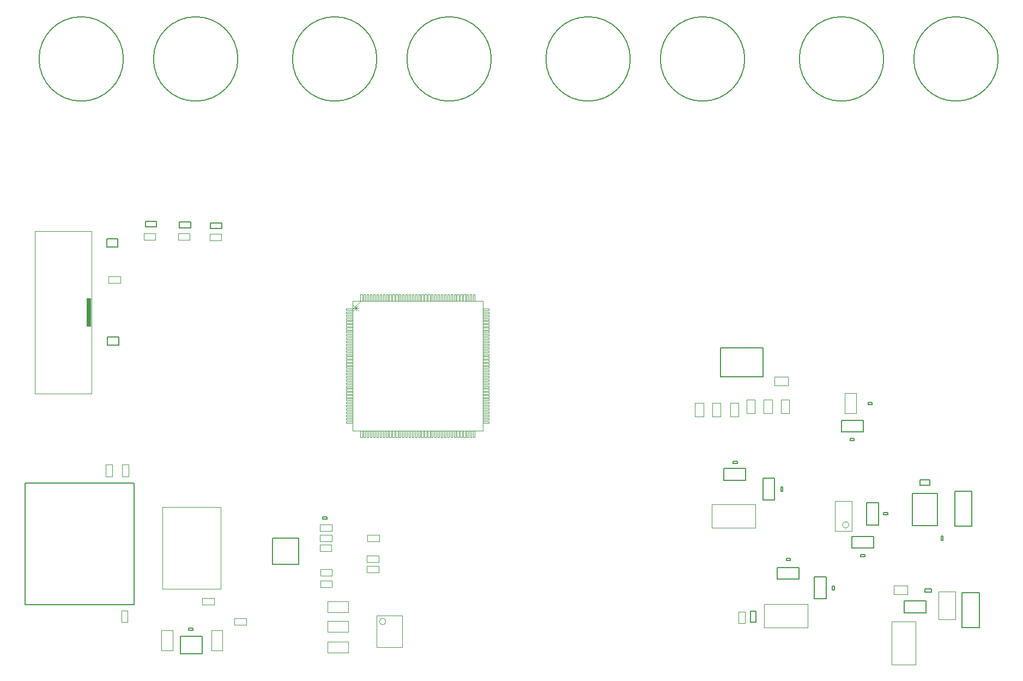
<source format=gbr>
%TF.GenerationSoftware,Altium Limited,Altium Designer,24.1.2 (44)*%
G04 Layer_Color=16711935*
%FSLAX45Y45*%
%MOMM*%
%TF.SameCoordinates,57B3B6A3-E825-4013-9261-08072AB09D51*%
%TF.FilePolarity,Positive*%
%TF.FileFunction,Other,Top_3D_Body*%
%TF.Part,Single*%
G01*
G75*
%TA.AperFunction,NonConductor*%
%ADD62C,0.15000*%
%ADD64C,0.20000*%
%ADD66C,0.07620*%
%ADD88C,0.10000*%
%ADD89R,0.80000X4.50000*%
%ADD90C,0.02540*%
D62*
X9888195Y12026900D02*
G03*
X9888195Y12026900I-655295J0D01*
G01*
X17762195D02*
G03*
X17762195Y12026900I-655295J0D01*
G01*
X15984195D02*
G03*
X15984195Y12026900I-655295J0D01*
G01*
X13825195D02*
G03*
X13825195Y12026900I-655295J0D01*
G01*
X12047195D02*
G03*
X12047195Y12026900I-655295J0D01*
G01*
X8110195D02*
G03*
X8110195Y12026900I-655295J0D01*
G01*
X5951195D02*
G03*
X5951195Y12026900I-655295J0D01*
G01*
X4173195D02*
G03*
X4173195Y12026900I-655295J0D01*
G01*
D64*
X4098200Y7580400D02*
Y7710400D01*
X3928200Y7580400D02*
X4098200D01*
X3928200D02*
Y7710400D01*
X4098200D01*
X4085500Y9104400D02*
Y9234400D01*
X3915500Y9104400D02*
X4085500D01*
X3915500D02*
Y9234400D01*
X4085500D01*
X7272650Y4885700D02*
X7335650D01*
X7272650D02*
Y4918700D01*
X7335650D01*
Y4885700D02*
Y4918700D01*
X6487900Y4176500D02*
Y4586500D01*
X6897900D01*
Y4176500D02*
Y4586500D01*
X6487900Y4176500D02*
X6897900D01*
X13449500Y7540200D02*
X14109500D01*
X13449500Y7090200D02*
Y7540200D01*
Y7090200D02*
X14109500D01*
Y7540200D01*
X17202000Y3194100D02*
X17469000D01*
Y3740100D01*
X17202000D02*
X17469000D01*
X17202000Y3194100D02*
Y3740100D01*
X16874500Y4617850D02*
X16907500D01*
X16874500Y4554850D02*
Y4617850D01*
Y4554850D02*
X16907500D01*
Y4617850D01*
X15983200Y4949200D02*
Y4982200D01*
Y4949200D02*
X16046201D01*
Y4982200D01*
X15983200D02*
X16046201D01*
X15721500Y5132700D02*
X15901500D01*
X15721500Y4792700D02*
Y5132700D01*
Y4792700D02*
X15901500D01*
Y5132700D01*
X15832100Y4431200D02*
Y4611200D01*
X15492101D02*
X15832100D01*
X15492101Y4431200D02*
Y4611200D01*
Y4431200D02*
X15832100D01*
X15629250Y4301500D02*
Y4334500D01*
Y4301500D02*
X15692250D01*
Y4334500D01*
X15629250D02*
X15692250D01*
X15464149Y6104900D02*
Y6137900D01*
Y6104900D02*
X15527150D01*
Y6137900D01*
X15464149D02*
X15527150D01*
X15667000Y6234600D02*
Y6414600D01*
X15327000D02*
X15667000D01*
X15327000Y6234600D02*
Y6414600D01*
Y6234600D02*
X15667000D01*
X15741901Y6663700D02*
Y6696700D01*
Y6663700D02*
X15804900D01*
Y6696700D01*
X15741901D02*
X15804900D01*
X13498199Y5485300D02*
Y5665300D01*
Y5485300D02*
X13838200D01*
Y5665300D01*
X13498199D02*
X13838200D01*
X13709399Y5749300D02*
Y5782300D01*
X13646400D02*
X13709399D01*
X13646400Y5749300D02*
Y5782300D01*
Y5749300D02*
X13709399D01*
X14385300Y5316850D02*
X14418300D01*
Y5379850D01*
X14385300D02*
X14418300D01*
X14385300Y5316850D02*
Y5379850D01*
X14108600Y5519700D02*
X14288600D01*
X14108600Y5179700D02*
Y5519700D01*
Y5179700D02*
X14288600D01*
Y5519700D01*
X14534900Y4240700D02*
Y4273700D01*
X14471899D02*
X14534900D01*
X14471899Y4240700D02*
Y4273700D01*
Y4240700D02*
X14534900D01*
X14330400Y3951300D02*
Y4131300D01*
Y3951300D02*
X14670399D01*
Y4131300D01*
X14330400D02*
X14670399D01*
X13912300Y3280500D02*
X14002299D01*
Y3450500D01*
X13912300D02*
X14002299D01*
X13912300Y3280500D02*
Y3450500D01*
X15185400Y3778500D02*
X15218401D01*
Y3841500D01*
X15185400D02*
X15218401D01*
X15185400Y3778500D02*
Y3841500D01*
X14908701Y3983000D02*
X15088699D01*
X14908701Y3643000D02*
Y3983000D01*
Y3643000D02*
X15088699D01*
Y3983000D01*
X16304900Y3607900D02*
X16644901D01*
Y3427900D02*
Y3607900D01*
X16304900Y3427900D02*
X16644901D01*
X16304900D02*
Y3607900D01*
X16727600Y3744400D02*
Y3799400D01*
X16622600D02*
X16727600D01*
X16622600Y3744400D02*
Y3799400D01*
Y3744400D02*
X16727600D01*
X17087700Y5314900D02*
X17354700D01*
X17087700Y4768900D02*
Y5314900D01*
Y4768900D02*
X17354700D01*
Y5314900D01*
X16544299Y5408300D02*
Y5488300D01*
Y5408300D02*
X16704300D01*
Y5488300D01*
X16544299D02*
X16704300D01*
X16429300Y4779200D02*
Y5279200D01*
Y4779200D02*
X16819299D01*
Y5279200D01*
X16429300D02*
X16819299D01*
X5059000Y2792300D02*
Y3062300D01*
Y2792300D02*
X5399000D01*
Y3062300D01*
X5059000D02*
X5399000D01*
X5189850Y3158500D02*
Y3191500D01*
Y3158500D02*
X5252850D01*
Y3191500D01*
X5189850D02*
X5252850D01*
X2645000Y5439300D02*
X4340000D01*
X2645000Y3552300D02*
Y5439300D01*
Y3552300D02*
X4340000D01*
Y5439300D01*
X5528400Y9391100D02*
Y9481100D01*
Y9391100D02*
X5698400D01*
Y9481100D01*
X5528400D02*
X5698400D01*
X5045800Y9403800D02*
Y9493800D01*
Y9403800D02*
X5215800D01*
Y9493800D01*
X5045800D02*
X5215800D01*
X4513600Y9416500D02*
Y9506500D01*
Y9416500D02*
X4683600D01*
Y9506500D01*
X4513600D02*
X4683600D01*
D66*
X7741000Y8204794D02*
X7825639Y8120155D01*
X7741000D02*
X7825639Y8204794D01*
X7741000Y8162474D02*
X7825639D01*
X7783320Y8120155D02*
Y8204794D01*
D88*
X8250800Y3291900D02*
G03*
X8250800Y3291900I-50000J0D01*
G01*
X15442650Y4792600D02*
G03*
X15442650Y4792600I-50000J0D01*
G01*
X5514200Y9208300D02*
X5694200D01*
X5514200Y9308300D02*
X5694200D01*
Y9208300D02*
Y9308300D01*
X5514200Y9208300D02*
Y9308300D01*
X5024600Y9221000D02*
X5204600D01*
X5024600Y9321000D02*
X5204600D01*
Y9221000D02*
Y9321000D01*
X5024600Y9221000D02*
Y9321000D01*
X4491200Y9221000D02*
X4671200D01*
X4491200Y9321000D02*
X4671200D01*
Y9221000D02*
Y9321000D01*
X4491200Y9221000D02*
Y9321000D01*
X3945100Y8547900D02*
X4125100D01*
X3945100Y8647900D02*
X4125100D01*
Y8547900D02*
Y8647900D01*
X3945100Y8547900D02*
Y8647900D01*
X13317500Y4742600D02*
Y5112600D01*
X13987500Y4742600D02*
Y5112600D01*
X13317500Y4742600D02*
X13987500D01*
X13317500Y5112600D02*
X13987500D01*
X7965300Y4534700D02*
X8145300D01*
X7965300Y4634700D02*
X8145300D01*
Y4534700D02*
Y4634700D01*
X7965300Y4534700D02*
Y4634700D01*
X7958300Y4217200D02*
X8138300D01*
X7958300Y4317200D02*
X8138300D01*
Y4217200D02*
Y4317200D01*
X7958300Y4217200D02*
Y4317200D01*
Y4052100D02*
X8138300D01*
X7958300Y4152100D02*
X8138300D01*
Y4052100D02*
Y4152100D01*
X7958300Y4052100D02*
Y4152100D01*
X7228700Y4699800D02*
X7408700D01*
X7228700Y4799800D02*
X7408700D01*
Y4699800D02*
Y4799800D01*
X7228700Y4699800D02*
Y4799800D01*
Y4634700D02*
X7408700D01*
X7228700Y4534700D02*
X7408700D01*
X7228700D02*
Y4634700D01*
X7408700Y4534700D02*
Y4634700D01*
X7225200Y4482300D02*
X7405200D01*
X7225200Y4382300D02*
X7405200D01*
X7225200D02*
Y4482300D01*
X7405200Y4382300D02*
Y4482300D01*
X7234400Y4101300D02*
X7414400D01*
X7234400Y4001300D02*
X7414400D01*
X7234400D02*
Y4101300D01*
X7414400Y4001300D02*
Y4101300D01*
X7234400Y3923500D02*
X7414400D01*
X7234400Y3823500D02*
X7414400D01*
X7234400D02*
Y3923500D01*
X7414400Y3823500D02*
Y3923500D01*
X5900900Y3339300D02*
X6080900D01*
X5900900Y3239300D02*
X6080900D01*
X5900900D02*
Y3339300D01*
X6080900Y3239300D02*
Y3339300D01*
X5399900Y3656800D02*
X5579900D01*
X5399900Y3556800D02*
X5579900D01*
X5399900D02*
Y3656800D01*
X5579900Y3556800D02*
Y3656800D01*
X4153700Y5545300D02*
Y5725300D01*
X4253700Y5545300D02*
Y5725300D01*
X4153700Y5545300D02*
X4253700D01*
X4153700Y5725300D02*
X4253700D01*
X3899700Y5545300D02*
Y5725300D01*
X3999700Y5545300D02*
Y5725300D01*
X3899700Y5545300D02*
X3999700D01*
X3899700Y5725300D02*
X3999700D01*
X4241000Y3279000D02*
Y3459000D01*
X4141000Y3279000D02*
Y3459000D01*
X4241000D01*
X4141000Y3279000D02*
X4241000D01*
X4777893Y3797304D02*
X5686893D01*
X4777900Y5067300D02*
X5686900D01*
Y3797300D02*
Y5067300D01*
X4777900Y3797300D02*
Y5067300D01*
X7345600Y2810600D02*
X7665600D01*
X7345600Y2980600D02*
X7665600D01*
Y2810600D02*
Y2980600D01*
X7345600Y2810600D02*
Y2980600D01*
X7345800Y3432900D02*
X7665800D01*
X7345800Y3602900D02*
X7665800D01*
Y3432900D02*
Y3602900D01*
X7345800Y3432900D02*
Y3602900D01*
X8110800Y2891900D02*
X8500800D01*
X8110800Y3381900D02*
X8500800D01*
Y2891900D02*
Y3381900D01*
X8110800Y2891900D02*
Y3381900D01*
X2798500Y6825900D02*
Y9353900D01*
X3678500D01*
Y6825900D02*
Y9353900D01*
X2798500Y6825900D02*
X3678500D01*
X15378600Y6525200D02*
X15558600D01*
X15378600Y6835200D02*
X15558600D01*
Y6525200D02*
Y6835200D01*
X15378600Y6525200D02*
Y6835200D01*
X13729500Y3266300D02*
X13829500D01*
X13729500Y3446300D02*
X13829500D01*
X13729500Y3266300D02*
Y3446300D01*
X13829500Y3266300D02*
Y3446300D01*
X14130299Y3563200D02*
X14800301D01*
X14130299Y3193200D02*
X14800301D01*
Y3563200D01*
X14130299Y3193200D02*
Y3563200D01*
X16109100Y3294100D02*
X16479100D01*
X16109100Y2624100D02*
X16479100D01*
X16109100D02*
Y3294100D01*
X16479100Y2624100D02*
Y3294100D01*
X17097200Y3327300D02*
Y3759300D01*
X16837199Y3327300D02*
Y3759300D01*
X17097200D01*
X16837199Y3327300D02*
X17097200D01*
X16139900Y3717100D02*
X16349899D01*
X16139900Y3852100D02*
X16349899D01*
Y3717100D02*
Y3852100D01*
X16139900Y3717100D02*
Y3852100D01*
X14285699Y7090600D02*
X14495700D01*
X14285699Y6955600D02*
X14495700D01*
X14285699D02*
Y7090600D01*
X14495700Y6955600D02*
Y7090600D01*
X13051601Y6475200D02*
Y6685200D01*
X13186600Y6475200D02*
Y6685200D01*
X13051601Y6475200D02*
X13186600D01*
X13051601Y6685200D02*
X13186600D01*
X13851700Y6522800D02*
Y6732800D01*
X13986700Y6522800D02*
Y6732800D01*
X13851700Y6522800D02*
X13986700D01*
X13851700Y6732800D02*
X13986700D01*
X13597701Y6475200D02*
Y6685200D01*
X13732700Y6475200D02*
Y6685200D01*
X13597701Y6475200D02*
X13732700D01*
X13597701Y6685200D02*
X13732700D01*
X13318300Y6475200D02*
Y6685200D01*
X13453300Y6475200D02*
Y6685200D01*
X13318300Y6475200D02*
X13453300D01*
X13318300Y6685200D02*
X13453300D01*
X14118401Y6522800D02*
Y6732800D01*
X14253400Y6522800D02*
Y6732800D01*
X14118401Y6522800D02*
X14253400D01*
X14118401Y6732800D02*
X14253400D01*
X14385100Y6522800D02*
Y6732800D01*
X14520100Y6522800D02*
Y6732800D01*
X14385100Y6522800D02*
X14520100D01*
X14385100Y6732800D02*
X14520100D01*
X7345800Y3128100D02*
Y3298100D01*
X7665800Y3128100D02*
Y3298100D01*
X7345800D02*
X7665800D01*
X7345800Y3128100D02*
X7665800D01*
X4766400Y3157300D02*
X4936400D01*
X4766400Y2837300D02*
X4936400D01*
Y3157300D01*
X4766400Y2837300D02*
Y3157300D01*
X5541100Y2837300D02*
X5711100D01*
X5541100Y3157300D02*
X5711100D01*
X5541100Y2837300D02*
Y3157300D01*
X5711100Y2837300D02*
Y3157300D01*
X15227650Y5157600D02*
X15487650D01*
X15227650Y4697600D02*
X15487650D01*
X15227650D02*
Y5157600D01*
X15487650Y4697600D02*
Y5157600D01*
D89*
X3638499Y8089900D02*
D03*
D90*
X7734650Y6252845D02*
Y8272145D01*
X9753950D01*
Y6252845D02*
Y8272145D01*
X7734650Y6252845D02*
X9753950D01*
X7734650Y8145145D02*
X7861650Y8272145D01*
X9753950Y8151465D02*
X9854280D01*
Y8123525D02*
Y8151465D01*
X9753950Y8123525D02*
X9854280D01*
X9753950D02*
Y8151465D01*
Y8101465D02*
X9854280D01*
Y8073525D02*
Y8101465D01*
X9753950Y8073525D02*
X9854280D01*
X9753950D02*
Y8101465D01*
Y8051465D02*
X9854280D01*
Y8023525D02*
Y8051465D01*
X9753950Y8023525D02*
X9854280D01*
X9753950D02*
Y8051465D01*
Y8001465D02*
X9854280D01*
Y7973525D02*
Y8001465D01*
X9753950Y7973525D02*
X9854280D01*
X9753950D02*
Y8001465D01*
Y7951465D02*
X9854280D01*
Y7923525D02*
Y7951465D01*
X9753950Y7923525D02*
X9854280D01*
X9753950D02*
Y7951465D01*
Y7901465D02*
X9854280D01*
Y7873525D02*
Y7901465D01*
X9753950Y7873525D02*
X9854280D01*
X9753950D02*
Y7901465D01*
Y7851465D02*
X9854280D01*
Y7823525D02*
Y7851465D01*
X9753950Y7823525D02*
X9854280D01*
X9753950D02*
Y7851465D01*
Y7801465D02*
X9854280D01*
Y7773525D02*
Y7801465D01*
X9753950Y7773525D02*
X9854280D01*
X9753950D02*
Y7801465D01*
Y7751465D02*
X9854280D01*
Y7723525D02*
Y7751465D01*
X9753950Y7723525D02*
X9854280D01*
X9753950D02*
Y7751465D01*
Y7701465D02*
X9854280D01*
Y7673525D02*
Y7701465D01*
X9753950Y7673525D02*
X9854280D01*
X9753950D02*
Y7701465D01*
Y7651465D02*
X9854280D01*
Y7623525D02*
Y7651465D01*
X9753950Y7623525D02*
X9854280D01*
X9753950D02*
Y7651465D01*
Y7601465D02*
X9854280D01*
Y7573525D02*
Y7601465D01*
X9753950Y7573525D02*
X9854280D01*
X9753950D02*
Y7601465D01*
Y7551465D02*
X9854280D01*
Y7523525D02*
Y7551465D01*
X9753950Y7523525D02*
X9854280D01*
X9753950D02*
Y7551465D01*
Y7501465D02*
X9854280D01*
Y7473525D02*
Y7501465D01*
X9753950Y7473525D02*
X9854280D01*
X9753950D02*
Y7501465D01*
Y7451465D02*
X9854280D01*
Y7423525D02*
Y7451465D01*
X9753950Y7423525D02*
X9854280D01*
X9753950D02*
Y7451465D01*
Y7401465D02*
X9854280D01*
Y7373525D02*
Y7401465D01*
X9753950Y7373525D02*
X9854280D01*
X9753950D02*
Y7401465D01*
Y7351465D02*
X9854280D01*
Y7323525D02*
Y7351465D01*
X9753950Y7323525D02*
X9854280D01*
X9753950D02*
Y7351465D01*
Y7301465D02*
X9854280D01*
Y7273525D02*
Y7301465D01*
X9753950Y7273525D02*
X9854280D01*
X9753950D02*
Y7301465D01*
Y7251465D02*
X9854280D01*
Y7223525D02*
Y7251465D01*
X9753950Y7223525D02*
X9854280D01*
X9753950D02*
Y7251465D01*
Y7201465D02*
X9854280D01*
Y7173525D02*
Y7201465D01*
X9753950Y7173525D02*
X9854280D01*
X9753950D02*
Y7201465D01*
Y7151465D02*
X9854280D01*
Y7123525D02*
Y7151465D01*
X9753950Y7123525D02*
X9854280D01*
X9753950D02*
Y7151465D01*
Y7101465D02*
X9854280D01*
Y7073525D02*
Y7101465D01*
X9753950Y7073525D02*
X9854280D01*
X9753950D02*
Y7101465D01*
Y7051465D02*
X9854280D01*
Y7023525D02*
Y7051465D01*
X9753950Y7023525D02*
X9854280D01*
X9753950D02*
Y7051465D01*
Y7001465D02*
X9854280D01*
Y6973525D02*
Y7001465D01*
X9753950Y6973525D02*
X9854280D01*
X9753950D02*
Y7001465D01*
Y6951465D02*
X9854280D01*
Y6923525D02*
Y6951465D01*
X9753950Y6923525D02*
X9854280D01*
X9753950D02*
Y6951465D01*
Y6901465D02*
X9854280D01*
Y6873525D02*
Y6901465D01*
X9753950Y6873525D02*
X9854280D01*
X9753950D02*
Y6901465D01*
Y6851465D02*
X9854280D01*
Y6823525D02*
Y6851465D01*
X9753950Y6823525D02*
X9854280D01*
X9753950D02*
Y6851465D01*
Y6801465D02*
X9854280D01*
Y6773525D02*
Y6801465D01*
X9753950Y6773525D02*
X9854280D01*
X9753950D02*
Y6801465D01*
Y6751465D02*
X9854280D01*
Y6723525D02*
Y6751465D01*
X9753950Y6723525D02*
X9854280D01*
X9753950D02*
Y6751465D01*
Y6701465D02*
X9854280D01*
Y6673525D02*
Y6701465D01*
X9753950Y6673525D02*
X9854280D01*
X9753950D02*
Y6701465D01*
Y6651465D02*
X9854280D01*
Y6623525D02*
Y6651465D01*
X9753950Y6623525D02*
X9854280D01*
X9753950D02*
Y6651465D01*
Y6601465D02*
X9854280D01*
Y6573525D02*
Y6601465D01*
X9753950Y6573525D02*
X9854280D01*
X9753950D02*
Y6601465D01*
Y6551465D02*
X9854280D01*
Y6523525D02*
Y6551465D01*
X9753950Y6523525D02*
X9854280D01*
X9753950D02*
Y6551465D01*
Y6501465D02*
X9854280D01*
Y6473525D02*
Y6501465D01*
X9753950Y6473525D02*
X9854280D01*
X9753950D02*
Y6501465D01*
Y6451465D02*
X9854280D01*
Y6423525D02*
Y6451465D01*
X9753950Y6423525D02*
X9854280D01*
X9753950D02*
Y6451465D01*
Y6401465D02*
X9854280D01*
Y6373525D02*
Y6401465D01*
X9753950Y6373525D02*
X9854280D01*
X9753950D02*
Y6401465D01*
X9633270Y6152515D02*
Y6252845D01*
X9605330Y6152515D02*
X9633270D01*
X9605330D02*
Y6252845D01*
X9633270D01*
X9583270Y6152515D02*
Y6252845D01*
X9555330Y6152515D02*
X9583270D01*
X9555330D02*
Y6252845D01*
X9583270D01*
X9533270Y6152515D02*
Y6252845D01*
X9505330Y6152515D02*
X9533270D01*
X9505330D02*
Y6252845D01*
X9533270D01*
X9483270Y6152515D02*
Y6252845D01*
X9455330Y6152515D02*
X9483270D01*
X9455330D02*
Y6252845D01*
X9483270D01*
X9433270Y6152515D02*
Y6252845D01*
X9405330Y6152515D02*
X9433270D01*
X9405330D02*
Y6252845D01*
X9433270D01*
X9383270Y6152515D02*
Y6252845D01*
X9355330Y6152515D02*
X9383270D01*
X9355330D02*
Y6252845D01*
X9383270D01*
X9333270Y6152515D02*
Y6252845D01*
X9305330Y6152515D02*
X9333270D01*
X9305330D02*
Y6252845D01*
X9333270D01*
X9283270Y6152515D02*
Y6252845D01*
X9255330Y6152515D02*
X9283270D01*
X9255330D02*
Y6252845D01*
X9283270D01*
X9233270Y6152515D02*
Y6252845D01*
X9205330Y6152515D02*
X9233270D01*
X9205330D02*
Y6252845D01*
X9233270D01*
X9183270Y6152515D02*
Y6252845D01*
X9155330Y6152515D02*
X9183270D01*
X9155330D02*
Y6252845D01*
X9183270D01*
X9133270Y6152515D02*
Y6252845D01*
X9105330Y6152515D02*
X9133270D01*
X9105330D02*
Y6252845D01*
X9133270D01*
X9083270Y6152515D02*
Y6252845D01*
X9055330Y6152515D02*
X9083270D01*
X9055330D02*
Y6252845D01*
X9083270D01*
X9033270Y6152515D02*
Y6252845D01*
X9005330Y6152515D02*
X9033270D01*
X9005330D02*
Y6252845D01*
X9033270D01*
X8983270Y6152515D02*
Y6252845D01*
X8955330Y6152515D02*
X8983270D01*
X8955330D02*
Y6252845D01*
X8983270D01*
X8933270Y6152515D02*
Y6252845D01*
X8905330Y6152515D02*
X8933270D01*
X8905330D02*
Y6252845D01*
X8933270D01*
X8883270Y6152515D02*
Y6252845D01*
X8855330Y6152515D02*
X8883270D01*
X8855330D02*
Y6252845D01*
X8883270D01*
X8833270Y6152515D02*
Y6252845D01*
X8805330Y6152515D02*
X8833270D01*
X8805330D02*
Y6252845D01*
X8833270D01*
X8783270Y6152515D02*
Y6252845D01*
X8755330Y6152515D02*
X8783270D01*
X8755330D02*
Y6252845D01*
X8783270D01*
X8733270Y6152515D02*
Y6252845D01*
X8705330Y6152515D02*
X8733270D01*
X8705330D02*
Y6252845D01*
X8733270D01*
X8683270Y6152515D02*
Y6252845D01*
X8655330Y6152515D02*
X8683270D01*
X8655330D02*
Y6252845D01*
X8683270D01*
X8633270Y6152515D02*
Y6252845D01*
X8605330Y6152515D02*
X8633270D01*
X8605330D02*
Y6252845D01*
X8633270D01*
X8583270Y6152515D02*
Y6252845D01*
X8555330Y6152515D02*
X8583270D01*
X8555330D02*
Y6252845D01*
X8583270D01*
X8533270Y6152515D02*
Y6252845D01*
X8505330Y6152515D02*
X8533270D01*
X8505330D02*
Y6252845D01*
X8533270D01*
X8483270Y6152515D02*
Y6252845D01*
X8455330Y6152515D02*
X8483270D01*
X8455330D02*
Y6252845D01*
X8483270D01*
X8433270Y6152515D02*
Y6252845D01*
X8405330Y6152515D02*
X8433270D01*
X8405330D02*
Y6252845D01*
X8433270D01*
X8383270Y6152515D02*
Y6252845D01*
X8355330Y6152515D02*
X8383270D01*
X8355330D02*
Y6252845D01*
X8383270D01*
X8333270Y6152515D02*
Y6252845D01*
X8305330Y6152515D02*
X8333270D01*
X8305330D02*
Y6252845D01*
X8333270D01*
X8283270Y6152515D02*
Y6252845D01*
X8255330Y6152515D02*
X8283270D01*
X8255330D02*
Y6252845D01*
X8283270D01*
X8233270Y6152515D02*
Y6252845D01*
X8205330Y6152515D02*
X8233270D01*
X8205330D02*
Y6252845D01*
X8233270D01*
X8183270Y6152515D02*
Y6252845D01*
X8155330Y6152515D02*
X8183270D01*
X8155330D02*
Y6252845D01*
X8183270D01*
X8133270Y6152515D02*
Y6252845D01*
X8105330Y6152515D02*
X8133270D01*
X8105330D02*
Y6252845D01*
X8133270D01*
X8083270Y6152515D02*
Y6252845D01*
X8055330Y6152515D02*
X8083270D01*
X8055330D02*
Y6252845D01*
X8083270D01*
X8033270Y6152515D02*
Y6252845D01*
X8005330Y6152515D02*
X8033270D01*
X8005330D02*
Y6252845D01*
X8033270D01*
X7983270Y6152515D02*
Y6252845D01*
X7955330Y6152515D02*
X7983270D01*
X7955330D02*
Y6252845D01*
X7983270D01*
X7933270Y6152515D02*
Y6252845D01*
X7905330Y6152515D02*
X7933270D01*
X7905330D02*
Y6252845D01*
X7933270D01*
X7883270Y6152515D02*
Y6252845D01*
X7855330Y6152515D02*
X7883270D01*
X7855330D02*
Y6252845D01*
X7883270D01*
X7634320Y6373525D02*
X7734650D01*
X7634320D02*
Y6401465D01*
X7734650D01*
Y6373525D02*
Y6401465D01*
X7634320Y6423525D02*
X7734650D01*
X7634320D02*
Y6451465D01*
X7734650D01*
Y6423525D02*
Y6451465D01*
X7634320Y6473525D02*
X7734650D01*
X7634320D02*
Y6501465D01*
X7734650D01*
Y6473525D02*
Y6501465D01*
X7634320Y6523525D02*
X7734650D01*
X7634320D02*
Y6551465D01*
X7734650D01*
Y6523525D02*
Y6551465D01*
X7634320Y6573525D02*
X7734650D01*
X7634320D02*
Y6601465D01*
X7734650D01*
Y6573525D02*
Y6601465D01*
X7634320Y6623525D02*
X7734650D01*
X7634320D02*
Y6651465D01*
X7734650D01*
Y6623525D02*
Y6651465D01*
X7634320Y6673525D02*
X7734650D01*
X7634320D02*
Y6701465D01*
X7734650D01*
Y6673525D02*
Y6701465D01*
X7634320Y6723525D02*
X7734650D01*
X7634320D02*
Y6751465D01*
X7734650D01*
Y6723525D02*
Y6751465D01*
X7634320Y6773525D02*
X7734650D01*
X7634320D02*
Y6801465D01*
X7734650D01*
Y6773525D02*
Y6801465D01*
X7634320Y6823525D02*
X7734650D01*
X7634320D02*
Y6851465D01*
X7734650D01*
Y6823525D02*
Y6851465D01*
X7634320Y6873525D02*
X7734650D01*
X7634320D02*
Y6901465D01*
X7734650D01*
Y6873525D02*
Y6901465D01*
X7634320Y6923525D02*
X7734650D01*
X7634320D02*
Y6951465D01*
X7734650D01*
Y6923525D02*
Y6951465D01*
X7634320Y6973525D02*
X7734650D01*
X7634320D02*
Y7001465D01*
X7734650D01*
Y6973525D02*
Y7001465D01*
X7634320Y7023525D02*
X7734650D01*
X7634320D02*
Y7051465D01*
X7734650D01*
Y7023525D02*
Y7051465D01*
X7634320Y7073525D02*
X7734650D01*
X7634320D02*
Y7101465D01*
X7734650D01*
Y7073525D02*
Y7101465D01*
X7634320Y7123525D02*
X7734650D01*
X7634320D02*
Y7151465D01*
X7734650D01*
Y7123525D02*
Y7151465D01*
X7634320Y7173525D02*
X7734650D01*
X7634320D02*
Y7201465D01*
X7734650D01*
Y7173525D02*
Y7201465D01*
X7634320Y7223525D02*
X7734650D01*
X7634320D02*
Y7251465D01*
X7734650D01*
Y7223525D02*
Y7251465D01*
X7634320Y7273525D02*
X7734650D01*
X7634320D02*
Y7301465D01*
X7734650D01*
Y7273525D02*
Y7301465D01*
X7634320Y7323525D02*
X7734650D01*
X7634320D02*
Y7351465D01*
X7734650D01*
Y7323525D02*
Y7351465D01*
X7634320Y7373525D02*
X7734650D01*
X7634320D02*
Y7401465D01*
X7734650D01*
Y7373525D02*
Y7401465D01*
X7634320Y7423525D02*
X7734650D01*
X7634320D02*
Y7451465D01*
X7734650D01*
Y7423525D02*
Y7451465D01*
X7634320Y7473525D02*
X7734650D01*
X7634320D02*
Y7501465D01*
X7734650D01*
Y7473525D02*
Y7501465D01*
X7634320Y7523525D02*
X7734650D01*
X7634320D02*
Y7551465D01*
X7734650D01*
Y7523525D02*
Y7551465D01*
X7634320Y7573525D02*
X7734650D01*
X7634320D02*
Y7601465D01*
X7734650D01*
Y7573525D02*
Y7601465D01*
X7634320Y7623525D02*
X7734650D01*
X7634320D02*
Y7651465D01*
X7734650D01*
Y7623525D02*
Y7651465D01*
X7634320Y7673525D02*
X7734650D01*
X7634320D02*
Y7701465D01*
X7734650D01*
Y7673525D02*
Y7701465D01*
X7634320Y7723525D02*
X7734650D01*
X7634320D02*
Y7751465D01*
X7734650D01*
Y7723525D02*
Y7751465D01*
X7634320Y7773525D02*
X7734650D01*
X7634320D02*
Y7801465D01*
X7734650D01*
Y7773525D02*
Y7801465D01*
X7634320Y7823525D02*
X7734650D01*
X7634320D02*
Y7851465D01*
X7734650D01*
Y7823525D02*
Y7851465D01*
X7634320Y7873525D02*
X7734650D01*
X7634320D02*
Y7901465D01*
X7734650D01*
Y7873525D02*
Y7901465D01*
X7634320Y7923525D02*
X7734650D01*
X7634320D02*
Y7951465D01*
X7734650D01*
Y7923525D02*
Y7951465D01*
X7634320Y7973525D02*
X7734650D01*
X7634320D02*
Y8001465D01*
X7734650D01*
Y7973525D02*
Y8001465D01*
X7634320Y8023525D02*
X7734650D01*
X7634320D02*
Y8051465D01*
X7734650D01*
Y8023525D02*
Y8051465D01*
X7634320Y8073525D02*
X7734650D01*
X7634320D02*
Y8101465D01*
X7734650D01*
Y8073525D02*
Y8101465D01*
X7634320Y8123525D02*
X7734650D01*
X7634320D02*
Y8151465D01*
X7734650D01*
Y8123525D02*
Y8151465D01*
X7855330Y8272145D02*
Y8372475D01*
X7883270D01*
Y8272145D02*
Y8372475D01*
X7855330Y8272145D02*
X7883270D01*
X7905330D02*
Y8372475D01*
X7933270D01*
Y8272145D02*
Y8372475D01*
X7905330Y8272145D02*
X7933270D01*
X7955330D02*
Y8372475D01*
X7983270D01*
Y8272145D02*
Y8372475D01*
X7955330Y8272145D02*
X7983270D01*
X8005330D02*
Y8372475D01*
X8033270D01*
Y8272145D02*
Y8372475D01*
X8005330Y8272145D02*
X8033270D01*
X8055330D02*
Y8372475D01*
X8083270D01*
Y8272145D02*
Y8372475D01*
X8055330Y8272145D02*
X8083270D01*
X8105330D02*
Y8372475D01*
X8133270D01*
Y8272145D02*
Y8372475D01*
X8105330Y8272145D02*
X8133270D01*
X8155330D02*
Y8372475D01*
X8183270D01*
Y8272145D02*
Y8372475D01*
X8155330Y8272145D02*
X8183270D01*
X8205330D02*
Y8372475D01*
X8233270D01*
Y8272145D02*
Y8372475D01*
X8205330Y8272145D02*
X8233270D01*
X8255330D02*
Y8372475D01*
X8283270D01*
Y8272145D02*
Y8372475D01*
X8255330Y8272145D02*
X8283270D01*
X8305330D02*
Y8372475D01*
X8333270D01*
Y8272145D02*
Y8372475D01*
X8305330Y8272145D02*
X8333270D01*
X8355330D02*
Y8372475D01*
X8383270D01*
Y8272145D02*
Y8372475D01*
X8355330Y8272145D02*
X8383270D01*
X8405330D02*
Y8372475D01*
X8433270D01*
Y8272145D02*
Y8372475D01*
X8405330Y8272145D02*
X8433270D01*
X8455330D02*
Y8372475D01*
X8483270D01*
Y8272145D02*
Y8372475D01*
X8455330Y8272145D02*
X8483270D01*
X8505330D02*
Y8372475D01*
X8533270D01*
Y8272145D02*
Y8372475D01*
X8505330Y8272145D02*
X8533270D01*
X8555330D02*
Y8372475D01*
X8583270D01*
Y8272145D02*
Y8372475D01*
X8555330Y8272145D02*
X8583270D01*
X8605330D02*
Y8372475D01*
X8633270D01*
Y8272145D02*
Y8372475D01*
X8605330Y8272145D02*
X8633270D01*
X8655330D02*
Y8372475D01*
X8683270D01*
Y8272145D02*
Y8372475D01*
X8655330Y8272145D02*
X8683270D01*
X8705330D02*
Y8372475D01*
X8733270D01*
Y8272145D02*
Y8372475D01*
X8705330Y8272145D02*
X8733270D01*
X8755330D02*
Y8372475D01*
X8783270D01*
Y8272145D02*
Y8372475D01*
X8755330Y8272145D02*
X8783270D01*
X8805330D02*
Y8372475D01*
X8833270D01*
Y8272145D02*
Y8372475D01*
X8805330Y8272145D02*
X8833270D01*
X8855330D02*
Y8372475D01*
X8883270D01*
Y8272145D02*
Y8372475D01*
X8855330Y8272145D02*
X8883270D01*
X8905330D02*
Y8372475D01*
X8933270D01*
Y8272145D02*
Y8372475D01*
X8905330Y8272145D02*
X8933270D01*
X8955330D02*
Y8372475D01*
X8983270D01*
Y8272145D02*
Y8372475D01*
X8955330Y8272145D02*
X8983270D01*
X9005330D02*
Y8372475D01*
X9033270D01*
Y8272145D02*
Y8372475D01*
X9005330Y8272145D02*
X9033270D01*
X9055330D02*
Y8372475D01*
X9083270D01*
Y8272145D02*
Y8372475D01*
X9055330Y8272145D02*
X9083270D01*
X9105330D02*
Y8372475D01*
X9133270D01*
Y8272145D02*
Y8372475D01*
X9105330Y8272145D02*
X9133270D01*
X9155330D02*
Y8372475D01*
X9183270D01*
Y8272145D02*
Y8372475D01*
X9155330Y8272145D02*
X9183270D01*
X9205330D02*
Y8372475D01*
X9233270D01*
Y8272145D02*
Y8372475D01*
X9205330Y8272145D02*
X9233270D01*
X9255330D02*
Y8372475D01*
X9283270D01*
Y8272145D02*
Y8372475D01*
X9255330Y8272145D02*
X9283270D01*
X9305330D02*
Y8372475D01*
X9333270D01*
Y8272145D02*
Y8372475D01*
X9305330Y8272145D02*
X9333270D01*
X9355330D02*
Y8372475D01*
X9383270D01*
Y8272145D02*
Y8372475D01*
X9355330Y8272145D02*
X9383270D01*
X9405330D02*
Y8372475D01*
X9433270D01*
Y8272145D02*
Y8372475D01*
X9405330Y8272145D02*
X9433270D01*
X9455330D02*
Y8372475D01*
X9483270D01*
Y8272145D02*
Y8372475D01*
X9455330Y8272145D02*
X9483270D01*
X9505330D02*
Y8372475D01*
X9533270D01*
Y8272145D02*
Y8372475D01*
X9505330Y8272145D02*
X9533270D01*
X9555330D02*
Y8372475D01*
X9583270D01*
Y8272145D02*
Y8372475D01*
X9555330Y8272145D02*
X9583270D01*
X9605330D02*
Y8372475D01*
X9633270D01*
Y8272145D02*
Y8372475D01*
X9605330Y8272145D02*
X9633270D01*
%TF.MD5,aa635e992b6d9e67c0455bffd8f9cf27*%
M02*

</source>
